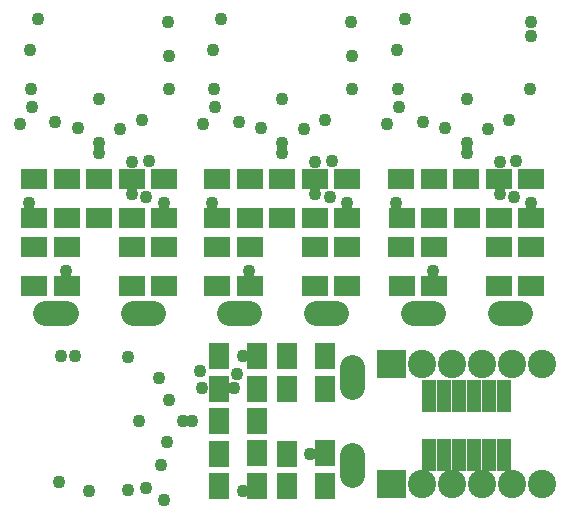
<source format=gbr>
%FSLAX34Y34*%
%MOMM*%
%LNSOLDERMASK_BOTTOM*%
G71*
G01*
%ADD10C, 2.400*%
%ADD11R, 1.200X2.800*%
%ADD12C, 1.100*%
%ADD13C, 2.100*%
%ADD14R, 2.200X1.700*%
%ADD15R, 1.700X2.200*%
%LPD*%
G36*
X343597Y-459325D02*
X367597Y-459325D01*
X367597Y-483325D01*
X343597Y-483325D01*
X343597Y-459325D01*
G37*
X380997Y-471325D02*
G54D10*
D03*
X406397Y-471325D02*
G54D10*
D03*
X431797Y-471325D02*
G54D10*
D03*
X457197Y-471325D02*
G54D10*
D03*
X457197Y-369725D02*
G54D10*
D03*
X431797Y-369725D02*
G54D10*
D03*
X406397Y-369725D02*
G54D10*
D03*
X380997Y-369725D02*
G54D10*
D03*
G36*
X343597Y-357725D02*
X367597Y-357725D01*
X367597Y-381725D01*
X343597Y-381725D01*
X343597Y-357725D01*
G37*
X482597Y-471325D02*
G54D10*
D03*
X482597Y-369725D02*
G54D10*
D03*
X387000Y-397000D02*
G54D11*
D03*
X399700Y-397000D02*
G54D11*
D03*
X412400Y-397000D02*
G54D11*
D03*
X425100Y-397000D02*
G54D11*
D03*
X437800Y-397000D02*
G54D11*
D03*
X450500Y-397000D02*
G54D11*
D03*
X450500Y-447000D02*
G54D11*
D03*
X437800Y-447000D02*
G54D11*
D03*
X425100Y-447000D02*
G54D11*
D03*
X412400Y-447000D02*
G54D11*
D03*
X399700Y-447000D02*
G54D11*
D03*
X387000Y-447000D02*
G54D11*
D03*
X108000Y-146000D02*
G54D12*
D03*
X166000Y-80000D02*
G54D12*
D03*
X167000Y-109000D02*
G54D12*
D03*
X167000Y-137000D02*
G54D12*
D03*
X126000Y-171000D02*
G54D12*
D03*
X90000Y-170000D02*
G54D12*
D03*
X50000Y-137000D02*
G54D12*
D03*
X49000Y-104000D02*
G54D12*
D03*
X56000Y-78000D02*
G54D12*
D03*
G54D13*
X136500Y-326500D02*
X153500Y-326500D01*
G54D13*
X62500Y-326500D02*
X79500Y-326500D01*
X52900Y-213600D02*
G54D14*
D03*
X53000Y-246100D02*
G54D14*
D03*
X80400Y-213600D02*
G54D14*
D03*
X80500Y-246100D02*
G54D14*
D03*
X107900Y-213600D02*
G54D14*
D03*
X108000Y-246100D02*
G54D14*
D03*
X135400Y-213600D02*
G54D14*
D03*
X135500Y-246100D02*
G54D14*
D03*
X162900Y-213600D02*
G54D14*
D03*
X163000Y-246100D02*
G54D14*
D03*
X52900Y-271100D02*
G54D14*
D03*
X53000Y-303600D02*
G54D14*
D03*
X80400Y-271100D02*
G54D14*
D03*
X80500Y-303600D02*
G54D14*
D03*
X135400Y-271100D02*
G54D14*
D03*
X135500Y-303600D02*
G54D14*
D03*
X162900Y-271100D02*
G54D14*
D03*
X163000Y-303600D02*
G54D14*
D03*
X150000Y-198000D02*
G54D12*
D03*
X163000Y-234000D02*
G54D12*
D03*
X136000Y-226000D02*
G54D12*
D03*
X136000Y-199000D02*
G54D12*
D03*
X144000Y-163000D02*
G54D12*
D03*
X148000Y-229000D02*
G54D12*
D03*
X48500Y-234000D02*
G54D12*
D03*
X71000Y-165000D02*
G54D12*
D03*
X41000Y-167000D02*
G54D12*
D03*
X80000Y-291000D02*
G54D12*
D03*
X51000Y-152000D02*
G54D12*
D03*
X108000Y-183000D02*
G54D12*
D03*
X108000Y-191000D02*
G54D12*
D03*
X263000Y-146000D02*
G54D12*
D03*
X321000Y-80000D02*
G54D12*
D03*
X322000Y-109000D02*
G54D12*
D03*
X322000Y-137000D02*
G54D12*
D03*
X281000Y-171000D02*
G54D12*
D03*
X245000Y-170000D02*
G54D12*
D03*
X205000Y-137000D02*
G54D12*
D03*
X204000Y-104000D02*
G54D12*
D03*
X211000Y-78000D02*
G54D12*
D03*
G54D13*
X291500Y-326500D02*
X308500Y-326500D01*
G54D13*
X217500Y-326500D02*
X234500Y-326500D01*
X207900Y-213600D02*
G54D14*
D03*
X208000Y-246100D02*
G54D14*
D03*
X235400Y-213600D02*
G54D14*
D03*
X235500Y-246100D02*
G54D14*
D03*
X262900Y-213600D02*
G54D14*
D03*
X263000Y-246100D02*
G54D14*
D03*
X290400Y-213600D02*
G54D14*
D03*
X290500Y-246100D02*
G54D14*
D03*
X317900Y-213600D02*
G54D14*
D03*
X318000Y-246100D02*
G54D14*
D03*
X207900Y-271100D02*
G54D14*
D03*
X208000Y-303600D02*
G54D14*
D03*
X235400Y-271100D02*
G54D14*
D03*
X235500Y-303600D02*
G54D14*
D03*
X290400Y-271100D02*
G54D14*
D03*
X290500Y-303600D02*
G54D14*
D03*
X317900Y-271100D02*
G54D14*
D03*
X318000Y-303600D02*
G54D14*
D03*
X305000Y-198000D02*
G54D12*
D03*
X318000Y-234000D02*
G54D12*
D03*
X291000Y-226000D02*
G54D12*
D03*
X291000Y-199000D02*
G54D12*
D03*
X299000Y-163000D02*
G54D12*
D03*
X303000Y-229000D02*
G54D12*
D03*
X203500Y-234000D02*
G54D12*
D03*
X226000Y-165000D02*
G54D12*
D03*
X196000Y-167000D02*
G54D12*
D03*
X235000Y-291000D02*
G54D12*
D03*
X206000Y-152000D02*
G54D12*
D03*
X263000Y-183000D02*
G54D12*
D03*
X263000Y-191000D02*
G54D12*
D03*
X141750Y-418250D02*
G54D12*
D03*
X75750Y-363250D02*
G54D12*
D03*
X87750Y-363250D02*
G54D12*
D03*
X132750Y-364250D02*
G54D12*
D03*
X166750Y-400250D02*
G54D12*
D03*
X165750Y-436250D02*
G54D12*
D03*
X132750Y-476250D02*
G54D12*
D03*
X99750Y-477250D02*
G54D12*
D03*
X73750Y-470250D02*
G54D12*
D03*
G54D13*
X322250Y-389750D02*
X322250Y-372750D01*
G54D13*
X322250Y-463750D02*
X322250Y-446750D01*
X209350Y-473350D02*
G54D15*
D03*
X241850Y-473250D02*
G54D15*
D03*
X209350Y-445850D02*
G54D15*
D03*
X241850Y-445750D02*
G54D15*
D03*
X209350Y-418350D02*
G54D15*
D03*
X241850Y-418250D02*
G54D15*
D03*
X209350Y-390850D02*
G54D15*
D03*
X241850Y-390750D02*
G54D15*
D03*
X209350Y-363350D02*
G54D15*
D03*
X241850Y-363250D02*
G54D15*
D03*
X266850Y-473350D02*
G54D15*
D03*
X299350Y-473250D02*
G54D15*
D03*
X266850Y-445850D02*
G54D15*
D03*
X299350Y-445750D02*
G54D15*
D03*
X266850Y-390850D02*
G54D15*
D03*
X299350Y-390750D02*
G54D15*
D03*
X266850Y-363350D02*
G54D15*
D03*
X299350Y-363250D02*
G54D15*
D03*
X193750Y-376250D02*
G54D12*
D03*
X229750Y-363250D02*
G54D12*
D03*
X221750Y-390250D02*
G54D12*
D03*
X194750Y-390250D02*
G54D12*
D03*
X158750Y-382250D02*
G54D12*
D03*
X224750Y-378250D02*
G54D12*
D03*
X229750Y-477750D02*
G54D12*
D03*
X160750Y-455250D02*
G54D12*
D03*
X162750Y-485250D02*
G54D12*
D03*
X286750Y-446250D02*
G54D12*
D03*
X147750Y-475250D02*
G54D12*
D03*
X178750Y-418250D02*
G54D12*
D03*
X186750Y-418250D02*
G54D12*
D03*
X419000Y-146000D02*
G54D12*
D03*
X474000Y-80000D02*
G54D12*
D03*
X474000Y-92000D02*
G54D12*
D03*
X473000Y-137000D02*
G54D12*
D03*
X437000Y-171000D02*
G54D12*
D03*
X401000Y-170000D02*
G54D12*
D03*
X361000Y-137000D02*
G54D12*
D03*
X360000Y-104000D02*
G54D12*
D03*
X367000Y-78000D02*
G54D12*
D03*
G54D13*
X447500Y-326500D02*
X464500Y-326500D01*
G54D13*
X373500Y-326500D02*
X390500Y-326500D01*
X363900Y-213600D02*
G54D14*
D03*
X364000Y-246100D02*
G54D14*
D03*
X391400Y-213600D02*
G54D14*
D03*
X391500Y-246100D02*
G54D14*
D03*
X418900Y-213600D02*
G54D14*
D03*
X419000Y-246100D02*
G54D14*
D03*
X446400Y-213600D02*
G54D14*
D03*
X446500Y-246100D02*
G54D14*
D03*
X473900Y-213600D02*
G54D14*
D03*
X474000Y-246100D02*
G54D14*
D03*
X363900Y-271100D02*
G54D14*
D03*
X364000Y-303600D02*
G54D14*
D03*
X391400Y-271100D02*
G54D14*
D03*
X391500Y-303600D02*
G54D14*
D03*
X446400Y-271100D02*
G54D14*
D03*
X446500Y-303600D02*
G54D14*
D03*
X473900Y-271100D02*
G54D14*
D03*
X474000Y-303600D02*
G54D14*
D03*
X461000Y-198000D02*
G54D12*
D03*
X474000Y-234000D02*
G54D12*
D03*
X447000Y-226000D02*
G54D12*
D03*
X447000Y-199000D02*
G54D12*
D03*
X455000Y-163000D02*
G54D12*
D03*
X459000Y-229000D02*
G54D12*
D03*
X359500Y-234000D02*
G54D12*
D03*
X382000Y-165000D02*
G54D12*
D03*
X352000Y-167000D02*
G54D12*
D03*
X391000Y-291000D02*
G54D12*
D03*
X362000Y-152000D02*
G54D12*
D03*
X419000Y-183000D02*
G54D12*
D03*
X419000Y-191000D02*
G54D12*
D03*
M02*

</source>
